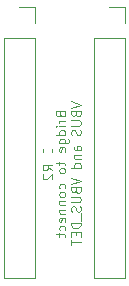
<source format=gbo>
%TF.GenerationSoftware,KiCad,Pcbnew,(6.0.7-1)-1*%
%TF.CreationDate,2022-09-18T21:52:20-07:00*%
%TF.ProjectId,tusb320-breakout-board,74757362-3332-4302-9d62-7265616b6f75,rev?*%
%TF.SameCoordinates,Original*%
%TF.FileFunction,Legend,Bot*%
%TF.FilePolarity,Positive*%
%FSLAX46Y46*%
G04 Gerber Fmt 4.6, Leading zero omitted, Abs format (unit mm)*
G04 Created by KiCad (PCBNEW (6.0.7-1)-1) date 2022-09-18 21:52:20*
%MOMM*%
%LPD*%
G01*
G04 APERTURE LIST*
%ADD10C,0.120000*%
G04 APERTURE END LIST*
D10*
X122184057Y-89700723D02*
X122222152Y-89815009D01*
X122260247Y-89853104D01*
X122336438Y-89891200D01*
X122450723Y-89891200D01*
X122526914Y-89853104D01*
X122565009Y-89815009D01*
X122603104Y-89738819D01*
X122603104Y-89434057D01*
X121803104Y-89434057D01*
X121803104Y-89700723D01*
X121841200Y-89776914D01*
X121879295Y-89815009D01*
X121955485Y-89853104D01*
X122031676Y-89853104D01*
X122107866Y-89815009D01*
X122145961Y-89776914D01*
X122184057Y-89700723D01*
X122184057Y-89434057D01*
X122603104Y-90234057D02*
X122069771Y-90234057D01*
X122222152Y-90234057D02*
X122145961Y-90272152D01*
X122107866Y-90310247D01*
X122069771Y-90386438D01*
X122069771Y-90462628D01*
X122603104Y-90729295D02*
X122069771Y-90729295D01*
X121803104Y-90729295D02*
X121841200Y-90691200D01*
X121879295Y-90729295D01*
X121841200Y-90767390D01*
X121803104Y-90729295D01*
X121879295Y-90729295D01*
X122603104Y-91453104D02*
X121803104Y-91453104D01*
X122565009Y-91453104D02*
X122603104Y-91376914D01*
X122603104Y-91224533D01*
X122565009Y-91148342D01*
X122526914Y-91110247D01*
X122450723Y-91072152D01*
X122222152Y-91072152D01*
X122145961Y-91110247D01*
X122107866Y-91148342D01*
X122069771Y-91224533D01*
X122069771Y-91376914D01*
X122107866Y-91453104D01*
X122069771Y-92176914D02*
X122717390Y-92176914D01*
X122793580Y-92138819D01*
X122831676Y-92100723D01*
X122869771Y-92024533D01*
X122869771Y-91910247D01*
X122831676Y-91834057D01*
X122565009Y-92176914D02*
X122603104Y-92100723D01*
X122603104Y-91948342D01*
X122565009Y-91872152D01*
X122526914Y-91834057D01*
X122450723Y-91795961D01*
X122222152Y-91795961D01*
X122145961Y-91834057D01*
X122107866Y-91872152D01*
X122069771Y-91948342D01*
X122069771Y-92100723D01*
X122107866Y-92176914D01*
X122565009Y-92862628D02*
X122603104Y-92786438D01*
X122603104Y-92634057D01*
X122565009Y-92557866D01*
X122488819Y-92519771D01*
X122184057Y-92519771D01*
X122107866Y-92557866D01*
X122069771Y-92634057D01*
X122069771Y-92786438D01*
X122107866Y-92862628D01*
X122184057Y-92900723D01*
X122260247Y-92900723D01*
X122336438Y-92519771D01*
X122069771Y-93738819D02*
X122069771Y-94043580D01*
X121803104Y-93853104D02*
X122488819Y-93853104D01*
X122565009Y-93891200D01*
X122603104Y-93967390D01*
X122603104Y-94043580D01*
X122603104Y-94424533D02*
X122565009Y-94348342D01*
X122526914Y-94310247D01*
X122450723Y-94272152D01*
X122222152Y-94272152D01*
X122145961Y-94310247D01*
X122107866Y-94348342D01*
X122069771Y-94424533D01*
X122069771Y-94538819D01*
X122107866Y-94615009D01*
X122145961Y-94653104D01*
X122222152Y-94691200D01*
X122450723Y-94691200D01*
X122526914Y-94653104D01*
X122565009Y-94615009D01*
X122603104Y-94538819D01*
X122603104Y-94424533D01*
X122565009Y-95986438D02*
X122603104Y-95910247D01*
X122603104Y-95757866D01*
X122565009Y-95681676D01*
X122526914Y-95643580D01*
X122450723Y-95605485D01*
X122222152Y-95605485D01*
X122145961Y-95643580D01*
X122107866Y-95681676D01*
X122069771Y-95757866D01*
X122069771Y-95910247D01*
X122107866Y-95986438D01*
X122603104Y-96443580D02*
X122565009Y-96367390D01*
X122526914Y-96329295D01*
X122450723Y-96291200D01*
X122222152Y-96291200D01*
X122145961Y-96329295D01*
X122107866Y-96367390D01*
X122069771Y-96443580D01*
X122069771Y-96557866D01*
X122107866Y-96634057D01*
X122145961Y-96672152D01*
X122222152Y-96710247D01*
X122450723Y-96710247D01*
X122526914Y-96672152D01*
X122565009Y-96634057D01*
X122603104Y-96557866D01*
X122603104Y-96443580D01*
X122069771Y-97053104D02*
X122603104Y-97053104D01*
X122145961Y-97053104D02*
X122107866Y-97091200D01*
X122069771Y-97167390D01*
X122069771Y-97281676D01*
X122107866Y-97357866D01*
X122184057Y-97395961D01*
X122603104Y-97395961D01*
X122069771Y-97776914D02*
X122603104Y-97776914D01*
X122145961Y-97776914D02*
X122107866Y-97815009D01*
X122069771Y-97891200D01*
X122069771Y-98005485D01*
X122107866Y-98081676D01*
X122184057Y-98119771D01*
X122603104Y-98119771D01*
X122565009Y-98805485D02*
X122603104Y-98729295D01*
X122603104Y-98576914D01*
X122565009Y-98500723D01*
X122488819Y-98462628D01*
X122184057Y-98462628D01*
X122107866Y-98500723D01*
X122069771Y-98576914D01*
X122069771Y-98729295D01*
X122107866Y-98805485D01*
X122184057Y-98843580D01*
X122260247Y-98843580D01*
X122336438Y-98462628D01*
X122565009Y-99529295D02*
X122603104Y-99453104D01*
X122603104Y-99300723D01*
X122565009Y-99224533D01*
X122526914Y-99186438D01*
X122450723Y-99148342D01*
X122222152Y-99148342D01*
X122145961Y-99186438D01*
X122107866Y-99224533D01*
X122069771Y-99300723D01*
X122069771Y-99453104D01*
X122107866Y-99529295D01*
X122069771Y-99757866D02*
X122069771Y-100062628D01*
X121803104Y-99872152D02*
X122488819Y-99872152D01*
X122565009Y-99910247D01*
X122603104Y-99986438D01*
X122603104Y-100062628D01*
X123091104Y-88615009D02*
X123891104Y-88881676D01*
X123091104Y-89148342D01*
X123472057Y-89681676D02*
X123510152Y-89795961D01*
X123548247Y-89834057D01*
X123624438Y-89872152D01*
X123738723Y-89872152D01*
X123814914Y-89834057D01*
X123853009Y-89795961D01*
X123891104Y-89719771D01*
X123891104Y-89415009D01*
X123091104Y-89415009D01*
X123091104Y-89681676D01*
X123129200Y-89757866D01*
X123167295Y-89795961D01*
X123243485Y-89834057D01*
X123319676Y-89834057D01*
X123395866Y-89795961D01*
X123433961Y-89757866D01*
X123472057Y-89681676D01*
X123472057Y-89415009D01*
X123091104Y-90215009D02*
X123738723Y-90215009D01*
X123814914Y-90253104D01*
X123853009Y-90291200D01*
X123891104Y-90367390D01*
X123891104Y-90519771D01*
X123853009Y-90595961D01*
X123814914Y-90634057D01*
X123738723Y-90672152D01*
X123091104Y-90672152D01*
X123853009Y-91015009D02*
X123891104Y-91129295D01*
X123891104Y-91319771D01*
X123853009Y-91395961D01*
X123814914Y-91434057D01*
X123738723Y-91472152D01*
X123662533Y-91472152D01*
X123586342Y-91434057D01*
X123548247Y-91395961D01*
X123510152Y-91319771D01*
X123472057Y-91167390D01*
X123433961Y-91091200D01*
X123395866Y-91053104D01*
X123319676Y-91015009D01*
X123243485Y-91015009D01*
X123167295Y-91053104D01*
X123129200Y-91091200D01*
X123091104Y-91167390D01*
X123091104Y-91357866D01*
X123129200Y-91472152D01*
X123891104Y-92767390D02*
X123472057Y-92767390D01*
X123395866Y-92729295D01*
X123357771Y-92653104D01*
X123357771Y-92500723D01*
X123395866Y-92424533D01*
X123853009Y-92767390D02*
X123891104Y-92691200D01*
X123891104Y-92500723D01*
X123853009Y-92424533D01*
X123776819Y-92386438D01*
X123700628Y-92386438D01*
X123624438Y-92424533D01*
X123586342Y-92500723D01*
X123586342Y-92691200D01*
X123548247Y-92767390D01*
X123357771Y-93148342D02*
X123891104Y-93148342D01*
X123433961Y-93148342D02*
X123395866Y-93186438D01*
X123357771Y-93262628D01*
X123357771Y-93376914D01*
X123395866Y-93453104D01*
X123472057Y-93491200D01*
X123891104Y-93491200D01*
X123891104Y-94215009D02*
X123091104Y-94215009D01*
X123853009Y-94215009D02*
X123891104Y-94138819D01*
X123891104Y-93986438D01*
X123853009Y-93910247D01*
X123814914Y-93872152D01*
X123738723Y-93834057D01*
X123510152Y-93834057D01*
X123433961Y-93872152D01*
X123395866Y-93910247D01*
X123357771Y-93986438D01*
X123357771Y-94138819D01*
X123395866Y-94215009D01*
X123091104Y-95091200D02*
X123891104Y-95357866D01*
X123091104Y-95624533D01*
X123472057Y-96157866D02*
X123510152Y-96272152D01*
X123548247Y-96310247D01*
X123624438Y-96348342D01*
X123738723Y-96348342D01*
X123814914Y-96310247D01*
X123853009Y-96272152D01*
X123891104Y-96195961D01*
X123891104Y-95891200D01*
X123091104Y-95891200D01*
X123091104Y-96157866D01*
X123129200Y-96234057D01*
X123167295Y-96272152D01*
X123243485Y-96310247D01*
X123319676Y-96310247D01*
X123395866Y-96272152D01*
X123433961Y-96234057D01*
X123472057Y-96157866D01*
X123472057Y-95891200D01*
X123091104Y-96691200D02*
X123738723Y-96691200D01*
X123814914Y-96729295D01*
X123853009Y-96767390D01*
X123891104Y-96843580D01*
X123891104Y-96995961D01*
X123853009Y-97072152D01*
X123814914Y-97110247D01*
X123738723Y-97148342D01*
X123091104Y-97148342D01*
X123853009Y-97491200D02*
X123891104Y-97605485D01*
X123891104Y-97795961D01*
X123853009Y-97872152D01*
X123814914Y-97910247D01*
X123738723Y-97948342D01*
X123662533Y-97948342D01*
X123586342Y-97910247D01*
X123548247Y-97872152D01*
X123510152Y-97795961D01*
X123472057Y-97643580D01*
X123433961Y-97567390D01*
X123395866Y-97529295D01*
X123319676Y-97491200D01*
X123243485Y-97491200D01*
X123167295Y-97529295D01*
X123129200Y-97567390D01*
X123091104Y-97643580D01*
X123091104Y-97834057D01*
X123129200Y-97948342D01*
X123967295Y-98100723D02*
X123967295Y-98710247D01*
X123891104Y-98900723D02*
X123091104Y-98900723D01*
X123091104Y-99091200D01*
X123129200Y-99205485D01*
X123205390Y-99281676D01*
X123281580Y-99319771D01*
X123433961Y-99357866D01*
X123548247Y-99357866D01*
X123700628Y-99319771D01*
X123776819Y-99281676D01*
X123853009Y-99205485D01*
X123891104Y-99091200D01*
X123891104Y-98900723D01*
X123472057Y-99700723D02*
X123472057Y-99967390D01*
X123891104Y-100081676D02*
X123891104Y-99700723D01*
X123091104Y-99700723D01*
X123091104Y-100081676D01*
X123091104Y-100310247D02*
X123091104Y-100767390D01*
X123891104Y-100538819D02*
X123091104Y-100538819D01*
%TO.C,R2*%
X121474704Y-94456266D02*
X121093752Y-94189600D01*
X121474704Y-93999123D02*
X120674704Y-93999123D01*
X120674704Y-94303885D01*
X120712800Y-94380076D01*
X120750895Y-94418171D01*
X120827085Y-94456266D01*
X120941371Y-94456266D01*
X121017561Y-94418171D01*
X121055657Y-94380076D01*
X121093752Y-94303885D01*
X121093752Y-93999123D01*
X120750895Y-94761028D02*
X120712800Y-94799123D01*
X120674704Y-94875314D01*
X120674704Y-95065790D01*
X120712800Y-95141980D01*
X120750895Y-95180076D01*
X120827085Y-95218171D01*
X120903276Y-95218171D01*
X121017561Y-95180076D01*
X121474704Y-94722933D01*
X121474704Y-95218171D01*
X121436400Y-92605159D02*
X121436400Y-92912441D01*
X120676400Y-92605159D02*
X120676400Y-92912441D01*
%TO.C,J2*%
X120050000Y-103608000D02*
X117390000Y-103608000D01*
X120050000Y-80628000D02*
X118720000Y-80628000D01*
X120050000Y-83228000D02*
X120050000Y-103608000D01*
X117390000Y-83228000D02*
X117390000Y-103608000D01*
X120050000Y-81958000D02*
X120050000Y-80628000D01*
X120050000Y-83228000D02*
X117390000Y-83228000D01*
%TO.C,J3*%
X125010000Y-83228000D02*
X125010000Y-103608000D01*
X127670000Y-83228000D02*
X127670000Y-103608000D01*
X127670000Y-83228000D02*
X125010000Y-83228000D01*
X127670000Y-80628000D02*
X126340000Y-80628000D01*
X127670000Y-81958000D02*
X127670000Y-80628000D01*
X127670000Y-103608000D02*
X125010000Y-103608000D01*
%TD*%
M02*

</source>
